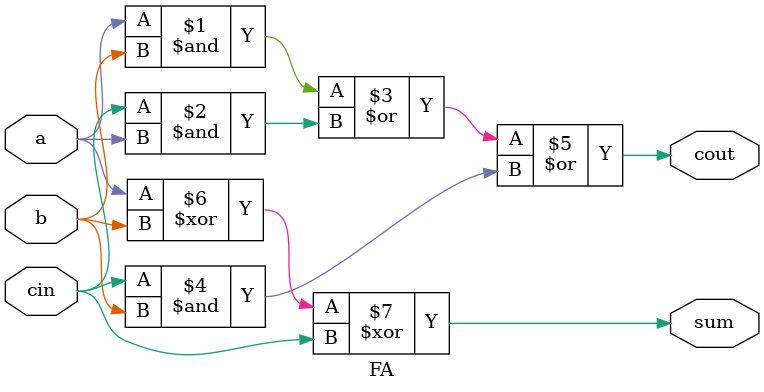
<source format=v>
module top_module( 
    input [99:0] a, b,
    input cin,
    output cout,
    output [99:0] sum );
    
    wire[99:0] carries;
    
    genvar i;
    
    FA stage0 ( .a(a[0]), .b(b[0]), .cin(cin), .cout(carries[0]), .sum(sum[0]) );
    
    generate
        for ( i = 1; i <= 99; i = i + 1 ) begin : generating
            FA stages ( .a(a[i]), .b(b[i]), .cin(carries[i-1]), .cout(carries[i]), .sum(sum[i]) );
        end // generating
    endgenerate
                   
    assign cout = carries[99];
    

endmodule

module FA ( 
    input a, b, cin,
    output cout, sum );
    
    assign cout = ((a & b) | (cin & a) | (cin & b));
    assign sum = a ^ b ^ cin;

endmodule

</source>
